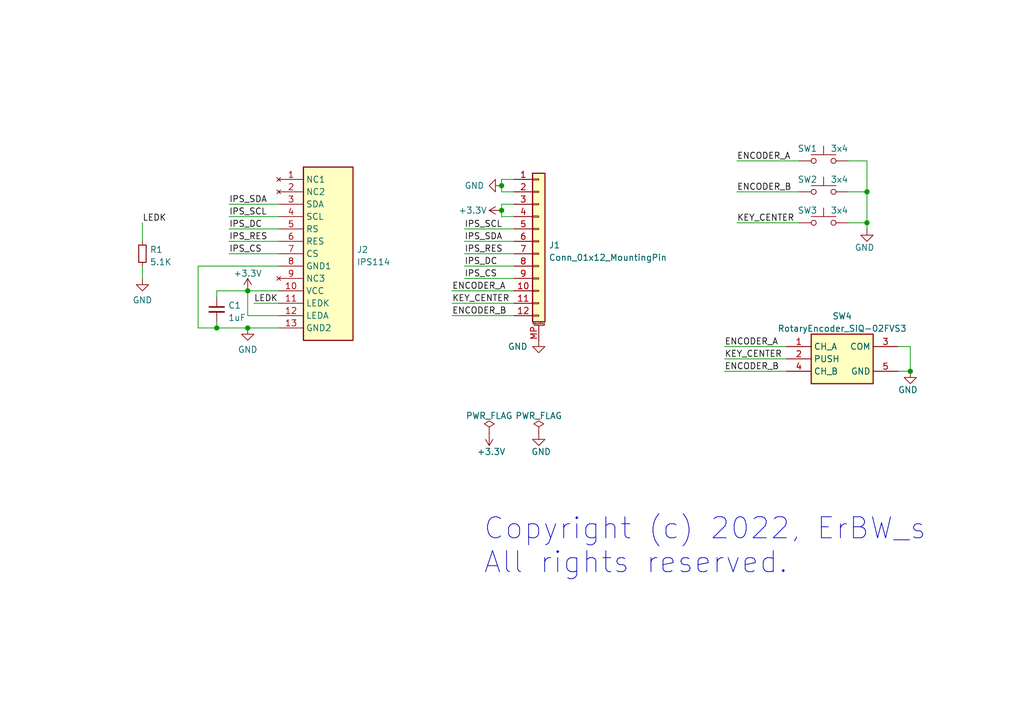
<source format=kicad_sch>
(kicad_sch (version 20211123) (generator eeschema)
  (paper "A5")
  (lib_symbols
    (symbol "Connector_Generic_MountingPin:Conn_01x12_MountingPin" (pin_names (offset 1.016) hide)
      (property "Reference" "J" (at 0 15.24 0))
      (property "Value" "Conn_01x12_MountingPin" (at 1.27 -17.78 0))
      (symbol "Conn_01x12_MountingPin_1_1"
        (rectangle (start -1.27 -15.113) (end 0 -15.367) (stroke (width 0.1524)))
        (rectangle (start -1.27 -12.573) (end 0 -12.827) (stroke (width 0.1524)))
        (rectangle (start -1.27 -10.033) (end 0 -10.287) (stroke (width 0.1524)))
        (rectangle (start -1.27 -7.493) (end 0 -7.747) (stroke (width 0.1524)))
        (rectangle (start -1.27 -4.953) (end 0 -5.207) (stroke (width 0.1524)))
        (rectangle (start -1.27 -2.413) (end 0 -2.667) (stroke (width 0.1524)))
        (rectangle (start -1.27 0.127) (end 0 -0.127) (stroke (width 0.1524)))
        (rectangle (start -1.27 2.667) (end 0 2.413) (stroke (width 0.1524)))
        (rectangle (start -1.27 5.207) (end 0 4.953) (stroke (width 0.1524)))
        (rectangle (start -1.27 7.747) (end 0 7.493) (stroke (width 0.1524)))
        (rectangle (start -1.27 10.287) (end 0 10.033) (stroke (width 0.1524)))
        (rectangle (start -1.27 12.827) (end 0 12.573) (stroke (width 0.1524)))
        (rectangle (start -1.27 13.97) (end 1.27 -16.51) (stroke (width 0.254)) (fill (type background)))
        (polyline (pts (xy -1.016 -17.272) (xy 1.016 -17.272)) (stroke (width 0.1524)))
        (text "Mounting" (at 0 -16.891 0) (effects (font (size 0.381 0.381))))
        (pin passive line (at -5.08 12.7 0) (length 3.81) (name "Pin_1") (number "1"))
        (pin passive line (at -5.08 -10.16 0) (length 3.81) (name "Pin_10") (number "10"))
        (pin passive line (at -5.08 -12.7 0) (length 3.81) (name "Pin_11") (number "11"))
        (pin passive line (at -5.08 -15.24 0) (length 3.81) (name "Pin_12") (number "12"))
        (pin passive line (at -5.08 10.16 0) (length 3.81) (name "Pin_2") (number "2"))
        (pin passive line (at -5.08 7.62 0) (length 3.81) (name "Pin_3") (number "3"))
        (pin passive line (at -5.08 5.08 0) (length 3.81) (name "Pin_4") (number "4"))
        (pin passive line (at -5.08 2.54 0) (length 3.81) (name "Pin_5") (number "5"))
        (pin passive line (at -5.08 0 0) (length 3.81) (name "Pin_6") (number "6"))
        (pin passive line (at -5.08 -2.54 0) (length 3.81) (name "Pin_7") (number "7"))
        (pin passive line (at -5.08 -5.08 0) (length 3.81) (name "Pin_8") (number "8"))
        (pin passive line (at -5.08 -7.62 0) (length 3.81) (name "Pin_9") (number "9"))
        (pin passive line (at 0 -20.32 90) (length 3.048) (name "MountPin") (number "MP"))
      )
    )
    (symbol "Device:C_Small" (pin_numbers hide) (pin_names (offset 0.254) hide)
      (property "Reference" "C" (at 0.254 1.778 0))
      (property "Value" "C_Small" (at 0.254 -2.032 0))
      (symbol "C_Small_0_1"
        (polyline (pts (xy -1.524 -0.508) (xy 1.524 -0.508)) (stroke (width 0.3302)))
        (polyline (pts (xy -1.524 0.508) (xy 1.524 0.508)) (stroke (width 0.3048)))
      )
      (symbol "C_Small_1_1"
        (pin passive line (at 0 2.54 270) (length 2.032) (name "~") (number "1"))
        (pin passive line (at 0 -2.54 90) (length 2.032) (name "~") (number "2"))
      )
    )
    (symbol "Device:R_Small" (pin_numbers hide) (pin_names (offset 0.254) hide)
      (property "Reference" "R" (at 0.762 0.508 0))
      (property "Value" "R_Small" (at 0.762 -1.016 0))
      (symbol "R_Small_0_1"
        (rectangle (start -0.762 1.778) (end 0.762 -1.778) (stroke (width 0.2032)))
      )
      (symbol "R_Small_1_1"
        (pin passive line (at 0 2.54 270) (length 0.762) (name "~") (number "1"))
        (pin passive line (at 0 -2.54 90) (length 0.762) (name "~") (number "2"))
      )
    )
    (symbol "ErBW_s:IPS114"
      (property "Reference" "U" (at 0 19.05 0))
      (property "Value" "IPS114" (at 0 -19.05 0))
      (symbol "IPS114_0_1"
        (rectangle (start -5.08 17.78) (end 5.08 -17.78) (stroke (width 0.254)) (fill (type background)))
      )
      (symbol "IPS114_1_1"
        (pin no_connect line (at -10.16 15.24 0) (length 5.08) (name "NC1") (number "1"))
        (pin power_in line (at -10.16 -7.62 0) (length 5.08) (name "VCC") (number "10"))
        (pin bidirectional line (at -10.16 -10.16 0) (length 5.08) (name "LEDK") (number "11"))
        (pin power_in line (at -10.16 -12.7 0) (length 5.08) (name "LEDA") (number "12"))
        (pin power_in line (at -10.16 -15.24 0) (length 5.08) (name "GND2") (number "13"))
        (pin no_connect line (at -10.16 12.7 0) (length 5.08) (name "NC2") (number "2"))
        (pin bidirectional line (at -10.16 10.16 0) (length 5.08) (name "SDA") (number "3"))
        (pin bidirectional line (at -10.16 7.62 0) (length 5.08) (name "SCL") (number "4"))
        (pin bidirectional line (at -10.16 5.08 0) (length 5.08) (name "RS") (number "5"))
        (pin bidirectional line (at -10.16 2.54 0) (length 5.08) (name "RES") (number "6"))
        (pin bidirectional line (at -10.16 0 0) (length 5.08) (name "CS") (number "7"))
        (pin power_in line (at -10.16 -2.54 0) (length 5.08) (name "GND1") (number "8"))
        (pin no_connect line (at -10.16 -5.08 0) (length 5.08) (name "NC3") (number "9"))
      )
    )
    (symbol "ErBW_s:RotaryEncoder_SIQ-02FVS3"
      (property "Reference" "SW" (at 0 6.35 0))
      (property "Value" "RotaryEncoder_SIQ-02FVS3" (at 0 -6.35 0))
      (symbol "RotaryEncoder_SIQ-02FVS3_0_0"
        (pin bidirectional line (at -11.43 2.54 0) (length 5.08) (name "CH_A") (number "1"))
        (pin bidirectional line (at -11.43 0 0) (length 5.08) (name "PUSH") (number "2"))
        (pin power_in line (at 11.43 2.54 180) (length 5.08) (name "COM") (number "3"))
        (pin bidirectional line (at -11.43 -2.54 0) (length 5.08) (name "CH_B") (number "4"))
        (pin power_in line (at 11.43 -2.54 180) (length 5.08) (name "GND") (number "5"))
      )
      (symbol "RotaryEncoder_SIQ-02FVS3_0_1"
        (polyline (pts (xy -6.35 5.08) (xy 6.35 5.08) (xy 6.35 -5.08) (xy -6.35 -5.08) (xy -6.35 5.08)) (stroke (width 0.254)) (fill (type background)))
      )
    )
    (symbol "Switch:SW_Push" (pin_numbers hide) (pin_names (offset 1.016) hide)
      (property "Reference" "SW" (at 1.27 2.54 0))
      (property "Value" "SW_Push" (at 0 -1.524 0))
      (symbol "SW_Push_0_1"
        (circle (center -2.032 0) (radius 0.508))
        (polyline (pts (xy 0 1.27) (xy 0 3.048)))
        (polyline (pts (xy 2.54 1.27) (xy -2.54 1.27)))
        (circle (center 2.032 0) (radius 0.508))
        (pin passive line (at -5.08 0 0) (length 2.54) (name "1") (number "1"))
        (pin passive line (at 5.08 0 180) (length 2.54) (name "2") (number "2"))
      )
    )
    (symbol "power:+3.3V" (power) (pin_names (offset 0))
      (property "Value" "+3.3V" (at 0 3.556 0))
      (symbol "+3.3V_0_1"
        (polyline (pts (xy -0.762 1.27) (xy 0 2.54)))
        (polyline (pts (xy 0 0) (xy 0 2.54)))
        (polyline (pts (xy 0 2.54) (xy 0.762 1.27)))
      )
      (symbol "+3.3V_1_1"
        (pin power_in line (at 0 0 90) (length 0) hide (name "+3.3V") (number "1"))
      )
    )
    (symbol "power:GND" (power) (pin_names (offset 0))
      (property "Value" "GND" (at 0 -3.81 0))
      (symbol "GND_0_1"
        (polyline (pts (xy 0 0) (xy 0 -1.27) (xy 1.27 -1.27) (xy 0 -2.54) (xy -1.27 -1.27) (xy 0 -1.27)))
      )
      (symbol "GND_1_1"
        (pin power_in line (at 0 0 270) (length 0) hide (name "GND") (number "1"))
      )
    )
    (symbol "power:PWR_FLAG" (power) (pin_numbers hide) (pin_names (offset 0) hide)
      (property "Value" "PWR_FLAG" (at 0 3.81 0))
      (symbol "PWR_FLAG_0_0"
        (pin power_out line (at 0 0 90) (length 0) (name "pwr") (number "1"))
      )
      (symbol "PWR_FLAG_0_1"
        (polyline (pts (xy 0 0) (xy 0 1.27) (xy -1.016 1.905) (xy 0 2.54) (xy 1.016 1.905) (xy 0 1.27)))
      )
    )
  )
  (junction (at 186.69 76.2))
  (junction (at 102.87 43.18))
  (junction (at 102.87 38.1))
  (junction (at 177.8 45.72))
  (junction (at 44.45 67.31))
  (junction (at 177.8 39.37))
  (junction (at 50.8 59.69))
  (junction (at 50.8 67.31))
  (wire (pts (xy 95.25 49.53) (xy 105.41 49.53)))
  (wire (pts (xy 40.64 54.61) (xy 40.64 67.31)))
  (wire (pts (xy 102.87 44.45) (xy 105.41 44.45)))
  (wire (pts (xy 102.87 39.37) (xy 105.41 39.37)))
  (wire (pts (xy 95.25 54.61) (xy 105.41 54.61)))
  (wire (pts (xy 186.69 71.12) (xy 186.69 76.2)))
  (wire (pts (xy 102.87 38.1) (xy 102.87 39.37)))
  (wire (pts (xy 44.45 59.69) (xy 50.8 59.69)))
  (wire (pts (xy 95.25 46.99) (xy 105.41 46.99)))
  (wire (pts (xy 105.41 36.83) (xy 102.87 36.83)))
  (wire (pts (xy 50.8 67.31) (xy 57.15 67.31)))
  (wire (pts (xy 102.87 41.91) (xy 102.87 43.18)))
  (wire (pts (xy 102.87 43.18) (xy 102.87 44.45)))
  (wire (pts (xy 44.45 66.04) (xy 44.45 67.31)))
  (wire (pts (xy 163.83 33.02) (xy 151.13 33.02)))
  (wire (pts (xy 57.15 54.61) (xy 40.64 54.61)))
  (wire (pts (xy 163.83 39.37) (xy 151.13 39.37)))
  (wire (pts (xy 50.8 59.69) (xy 57.15 59.69)))
  (wire (pts (xy 29.21 45.72) (xy 29.21 49.53)))
  (wire (pts (xy 92.71 62.23) (xy 105.41 62.23)))
  (wire (pts (xy 95.25 57.15) (xy 105.41 57.15)))
  (wire (pts (xy 184.15 71.12) (xy 186.69 71.12)))
  (wire (pts (xy 46.99 52.07) (xy 57.15 52.07)))
  (wire (pts (xy 44.45 60.96) (xy 44.45 59.69)))
  (wire (pts (xy 177.8 33.02) (xy 173.99 33.02)))
  (wire (pts (xy 105.41 59.69) (xy 92.71 59.69)))
  (wire (pts (xy 50.8 64.77) (xy 57.15 64.77)))
  (wire (pts (xy 173.99 45.72) (xy 177.8 45.72)))
  (wire (pts (xy 161.29 76.2) (xy 148.59 76.2)))
  (wire (pts (xy 44.45 67.31) (xy 50.8 67.31)))
  (wire (pts (xy 177.8 39.37) (xy 177.8 33.02)))
  (wire (pts (xy 46.99 49.53) (xy 57.15 49.53)))
  (wire (pts (xy 50.8 59.69) (xy 50.8 64.77)))
  (wire (pts (xy 40.64 67.31) (xy 44.45 67.31)))
  (wire (pts (xy 52.07 62.23) (xy 57.15 62.23)))
  (wire (pts (xy 148.59 73.66) (xy 161.29 73.66)))
  (wire (pts (xy 105.41 64.77) (xy 92.71 64.77)))
  (wire (pts (xy 46.99 44.45) (xy 57.15 44.45)))
  (wire (pts (xy 173.99 39.37) (xy 177.8 39.37)))
  (wire (pts (xy 184.15 76.2) (xy 186.69 76.2)))
  (wire (pts (xy 102.87 36.83) (xy 102.87 38.1)))
  (wire (pts (xy 105.41 41.91) (xy 102.87 41.91)))
  (wire (pts (xy 161.29 71.12) (xy 148.59 71.12)))
  (wire (pts (xy 29.21 57.15) (xy 29.21 54.61)))
  (wire (pts (xy 46.99 41.91) (xy 57.15 41.91)))
  (wire (pts (xy 151.13 45.72) (xy 163.83 45.72)))
  (wire (pts (xy 95.25 52.07) (xy 105.41 52.07)))
  (wire (pts (xy 46.99 46.99) (xy 57.15 46.99)))
  (wire (pts (xy 177.8 46.99) (xy 177.8 45.72)))
  (wire (pts (xy 177.8 45.72) (xy 177.8 39.37)))
  (text "Copyright (c) 2022, ErBW_s\nAll rights reserved." (at 99.06 118.11 0) (effects (font (size 4.318 4.318)) (justify left bottom)))
  (label "ENCODER_A" (at 151.13 33.02 0))
  (label "LEDK" (at 29.21 45.72 0))
  (label "IPS_CS" (at 95.25 57.15 0))
  (label "LEDK" (at 52.07 62.23 0))
  (label "IPS_CS" (at 46.99 52.07 0))
  (label "IPS_SCL" (at 95.25 46.99 0))
  (label "IPS_DC" (at 95.25 54.61 0))
  (label "ENCODER_B" (at 148.59 76.2 0))
  (label "IPS_SCL" (at 46.99 44.45 0))
  (label "IPS_RES" (at 46.99 49.53 0))
  (label "KEY_CENTER" (at 92.71 62.23 0))
  (label "ENCODER_B" (at 92.71 64.77 0))
  (label "KEY_CENTER" (at 151.13 45.72 0))
  (label "ENCODER_A" (at 92.71 59.69 0))
  (label "KEY_CENTER" (at 148.59 73.66 0))
  (label "IPS_SDA" (at 95.25 49.53 0))
  (label "ENCODER_B" (at 151.13 39.37 0))
  (label "IPS_RES" (at 95.25 52.07 0))
  (label "IPS_DC" (at 46.99 46.99 0))
  (label "IPS_SDA" (at 46.99 41.91 0))
  (label "ENCODER_A" (at 148.59 71.12 0))
  (symbol (lib_id "power:GND") (at 110.49 88.9 0) (unit 1)
    (property "Reference" "#PWR010" (effects hide))
    (property "Value" "GND" (at 113.03 92.71 0) (effects (justify right)))
  )
  (symbol (lib_id "ErBW_s:IPS114") (at 67.31 52.07 0) (unit 1)
    (property "Reference" "J2" (at 73.152 51.2353 0) (effects (justify left)))
    (property "Value" "IPS114" (at 73.152 53.7722 0) (effects (justify left)))
    (property "Footprint" "ErBW_s:IPS114" (effects hide))
  )
  (symbol (lib_id "Switch:SW_Push") (at 168.91 33.02 0) (unit 1)
    (property "Reference" "SW1" (at 167.64 30.48 0) (effects (justify right)))
    (property "Value" "3x4" (at 173.99 30.48 0) (effects (justify right)))
    (property "Footprint" "ErBW_s:BUTTON_4x4x1.5" (effects hide))
  )
  (symbol (lib_id "power:PWR_FLAG") (at 110.49 88.9 0) (unit 1)
    (property "Reference" "#FLG02" (effects hide))
    (property "Value" "PWR_FLAG" (at 110.49 85.3242 0))
  )
  (symbol (lib_id "power:GND") (at 110.49 69.85 0) (unit 1)
    (property "Reference" "#PWR07" (effects hide))
    (property "Value" "GND" (at 104.14 71.12 0) (effects (justify left)))
  )
  (symbol (lib_id "power:GND") (at 50.8 67.31 0) (unit 1)
    (property "Reference" "#PWR06" (effects hide))
    (property "Value" "GND" (at 50.8 71.7534 0))
  )
  (symbol (lib_id "power:PWR_FLAG") (at 100.33 88.9 0) (unit 1)
    (property "Reference" "#FLG01" (effects hide))
    (property "Value" "PWR_FLAG" (at 100.33 85.3242 0))
  )
  (symbol (lib_id "power:GND") (at 186.69 76.2 0) (unit 1)
    (property "Reference" "#PWR08" (effects hide))
    (property "Value" "GND" (at 184.15 80.01 0) (effects (justify left)))
  )
  (symbol (lib_id "Device:R_Small") (at 29.21 52.07 180) (unit 1)
    (property "Reference" "R1" (at 30.7086 51.2353 0) (effects (justify right)))
    (property "Value" "5.1K" (at 30.7086 53.7722 0) (effects (justify right)))
    (property "Footprint" "Resistor_SMD:R_0603_1608Metric" (effects hide))
  )
  (symbol (lib_id "power:+3.3V") (at 102.87 43.18 90) (unit 1)
    (property "Reference" "#PWR02" (effects hide))
    (property "Value" "+3.3V" (at 93.98 43.18 90) (effects (justify right)))
  )
  (symbol (lib_id "power:GND") (at 29.21 57.15 0) (unit 1)
    (property "Reference" "#PWR04" (effects hide))
    (property "Value" "GND" (at 29.21 61.5934 0))
  )
  (symbol (lib_id "Connector_Generic_MountingPin:Conn_01x12_MountingPin") (at 110.49 49.53 0) (unit 1)
    (property "Reference" "J1" (at 112.522 50.3209 0) (effects (justify left)))
    (property "Value" "Conn_01x12_MountingPin" (at 112.522 52.8578 0) (effects (justify left)))
    (property "Footprint" "Connector_FFC-FPC:TE_1-84952-2_1x12-1MP_P1.0mm_Horizontal" (effects hide))
    (property "Reference" "J1" (effects hide))
    (property "Value" "Conn_01x12_MountingPin" (effects hide))
  )
  (symbol (lib_id "ErBW_s:RotaryEncoder_SIQ-02FVS3") (at 172.72 73.66 0) (unit 1)
    (property "Reference" "SW4" (at 172.72 64.8802 0))
    (property "Value" "RotaryEncoder_SIQ-02FVS3" (at 172.72 67.4171 0))
    (property "Footprint" "ErBW_s:SIQ-02FVS3" (effects hide))
    (property "Footprint" "ErBW_s:SIQ-02FVS3" (effects hide))
    (property "Reference" "SW4" (effects hide))
    (property "Value" "RotaryEncoder_SIQ-02FVS3" (effects hide))
  )
  (symbol (lib_id "Device:C_Small") (at 44.45 63.5 0) (unit 1)
    (property "Reference" "C1" (at 46.7741 62.6716 0) (effects (justify left)))
    (property "Value" "1uF" (at 46.7741 65.2085 0) (effects (justify left)))
    (property "Footprint" "Capacitor_SMD:C_0603_1608Metric" (effects hide))
  )
  (symbol (lib_id "power:+3.3V") (at 50.8 59.69 0) (unit 1)
    (property "Reference" "#PWR05" (effects hide))
    (property "Value" "+3.3V" (at 50.8 56.1142 0))
  )
  (symbol (lib_id "power:GND") (at 177.8 46.99 0) (unit 1)
    (property "Reference" "#PWR03" (effects hide))
    (property "Value" "GND" (at 175.26 50.8 0) (effects (justify left)))
  )
  (symbol (lib_id "Switch:SW_Push") (at 168.91 45.72 0) (unit 1)
    (property "Reference" "SW3" (at 167.64 43.18 0) (effects (justify right)))
    (property "Value" "3x4" (at 173.99 43.18 0) (effects (justify right)))
    (property "Footprint" "ErBW_s:BUTTON_4x4x1.5" (effects hide))
  )
  (symbol (lib_id "power:GND") (at 102.87 38.1 270) (unit 1)
    (property "Reference" "#PWR01" (effects hide))
    (property "Value" "GND" (at 95.25 38.1 90) (effects (justify left)))
  )
  (symbol (lib_id "Switch:SW_Push") (at 168.91 39.37 0) (unit 1)
    (property "Reference" "SW2" (at 167.64 36.83 0) (effects (justify right)))
    (property "Value" "3x4" (at 173.99 36.83 0) (effects (justify right)))
    (property "Footprint" "ErBW_s:BUTTON_4x4x1.5" (effects hide))
  )
  (symbol (lib_id "power:+3.3V") (at 100.33 88.9 180) (unit 1)
    (property "Reference" "#PWR09" (effects hide))
    (property "Value" "+3.3V" (at 97.79 92.71 0) (effects (justify right)))
  )
)
</source>
